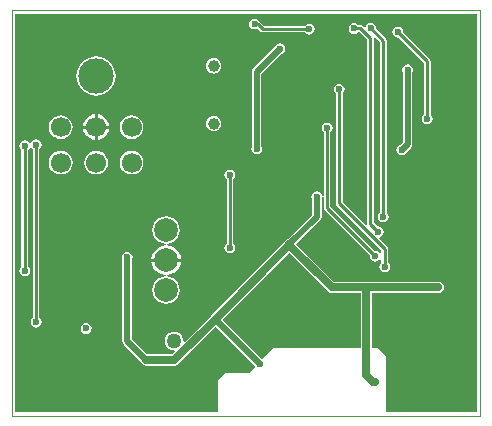
<source format=gbl>
G04 Layer_Physical_Order=2*
G04 Layer_Color=16711680*
%FSLAX24Y24*%
%MOIN*%
G70*
G01*
G75*
%ADD20C,0.0250*%
%ADD21C,0.0200*%
%ADD23C,0.0100*%
%ADD26C,0.0005*%
%ADD27C,0.0394*%
%ADD28C,0.0669*%
%ADD29C,0.1181*%
%ADD30C,0.0787*%
%ADD31C,0.0500*%
%ADD32C,0.0236*%
%ADD33C,0.0240*%
%ADD34C,0.0300*%
G36*
X17580Y8580D02*
Y1960D01*
X14540D01*
Y3820D01*
X14260Y4100D01*
X14089D01*
Y5931D01*
X16300D01*
X16372Y5946D01*
X16433Y5987D01*
X16474Y6048D01*
X16489Y6120D01*
X16474Y6192D01*
X16433Y6253D01*
X16372Y6294D01*
X16300Y6309D01*
X12818D01*
X11569Y7558D01*
X12365Y8355D01*
X12401Y8408D01*
X12413Y8470D01*
Y9064D01*
X12418Y9071D01*
X12426Y9111D01*
X12428Y9121D01*
X12478Y9116D01*
Y8770D01*
X12478Y8770D01*
X12486Y8727D01*
X12511Y8691D01*
X14022Y7179D01*
X14018Y7160D01*
X14032Y7091D01*
X14072Y7032D01*
X14131Y6992D01*
X14200Y6978D01*
X14269Y6992D01*
X14328Y7032D01*
X14348Y7061D01*
X14398Y7046D01*
Y6949D01*
X14382Y6938D01*
X14342Y6879D01*
X14328Y6810D01*
X14342Y6741D01*
X14382Y6682D01*
X14441Y6642D01*
X14510Y6628D01*
X14579Y6642D01*
X14638Y6682D01*
X14678Y6741D01*
X14692Y6810D01*
X14678Y6879D01*
X14638Y6938D01*
X14622Y6949D01*
Y7410D01*
X14614Y7453D01*
X14589Y7489D01*
X14589Y7489D01*
X14324Y7754D01*
X14341Y7809D01*
X14359Y7812D01*
X14418Y7852D01*
X14458Y7911D01*
X14472Y7980D01*
X14458Y8049D01*
X14418Y8108D01*
X14359Y8148D01*
X14290Y8162D01*
X14271Y8158D01*
X14142Y8286D01*
Y14420D01*
X14140Y14431D01*
X14186Y14455D01*
X14348Y14294D01*
Y8609D01*
X14332Y8598D01*
X14292Y8539D01*
X14278Y8470D01*
X14292Y8401D01*
X14332Y8342D01*
X14391Y8302D01*
X14460Y8288D01*
X14529Y8302D01*
X14588Y8342D01*
X14628Y8401D01*
X14642Y8470D01*
X14628Y8539D01*
X14588Y8598D01*
X14572Y8609D01*
Y14340D01*
X14572Y14340D01*
X14564Y14383D01*
X14539Y14419D01*
X14539Y14419D01*
X14218Y14741D01*
X14222Y14760D01*
X14208Y14829D01*
X14168Y14888D01*
X14109Y14928D01*
X14040Y14942D01*
X13971Y14928D01*
X13912Y14888D01*
X13872Y14829D01*
X13869Y14811D01*
X13814Y14794D01*
X13779Y14829D01*
X13743Y14854D01*
X13700Y14862D01*
X13700Y14862D01*
X13629D01*
X13618Y14878D01*
X13559Y14918D01*
X13490Y14932D01*
X13421Y14918D01*
X13362Y14878D01*
X13322Y14819D01*
X13308Y14750D01*
X13322Y14681D01*
X13362Y14622D01*
X13421Y14582D01*
X13490Y14568D01*
X13559Y14582D01*
X13618Y14622D01*
X13673Y14619D01*
X13918Y14374D01*
Y8240D01*
X13918Y8240D01*
X13920Y8229D01*
X13874Y8205D01*
X13112Y8966D01*
Y12581D01*
X13128Y12592D01*
X13168Y12651D01*
X13182Y12720D01*
X13168Y12789D01*
X13128Y12848D01*
X13069Y12888D01*
X13000Y12902D01*
X12931Y12888D01*
X12872Y12848D01*
X12832Y12789D01*
X12818Y12720D01*
X12832Y12651D01*
X12872Y12592D01*
X12888Y12581D01*
Y8920D01*
X12888Y8920D01*
X12896Y8877D01*
X12921Y8841D01*
X14398Y7364D01*
Y7274D01*
X14348Y7259D01*
X14328Y7288D01*
X14269Y7328D01*
X14200Y7342D01*
X14181Y7338D01*
X12702Y8816D01*
Y11291D01*
X12718Y11302D01*
X12758Y11361D01*
X12772Y11430D01*
X12758Y11499D01*
X12718Y11558D01*
X12659Y11598D01*
X12590Y11612D01*
X12521Y11598D01*
X12462Y11558D01*
X12422Y11499D01*
X12408Y11430D01*
X12422Y11361D01*
X12462Y11302D01*
X12478Y11291D01*
Y9164D01*
X12428Y9159D01*
X12426Y9169D01*
X12418Y9209D01*
X12378Y9268D01*
X12319Y9308D01*
X12250Y9322D01*
X12181Y9308D01*
X12122Y9268D01*
X12082Y9209D01*
X12068Y9140D01*
X12082Y9071D01*
X12087Y9064D01*
Y8538D01*
X11284Y7735D01*
X11248Y7728D01*
X11179Y7681D01*
X11132Y7612D01*
X11129Y7596D01*
X8707Y5173D01*
X7846Y4313D01*
X7801Y4339D01*
X7792Y4411D01*
X7761Y4486D01*
X7711Y4551D01*
X7646Y4601D01*
X7571Y4632D01*
X7490Y4643D01*
X7409Y4632D01*
X7334Y4601D01*
X7269Y4551D01*
X7219Y4486D01*
X7188Y4411D01*
X7177Y4330D01*
X7188Y4249D01*
X7219Y4174D01*
X7269Y4109D01*
X7334Y4059D01*
X7409Y4028D01*
X7481Y4019D01*
X7507Y3974D01*
X7422Y3889D01*
X6602D01*
X6093Y4398D01*
Y7044D01*
X6098Y7051D01*
X6112Y7120D01*
X6098Y7189D01*
X6058Y7248D01*
X5999Y7288D01*
X5930Y7302D01*
X5861Y7288D01*
X5802Y7248D01*
X5762Y7189D01*
X5748Y7120D01*
X5762Y7051D01*
X5767Y7044D01*
Y4330D01*
X5779Y4268D01*
X5815Y4215D01*
X6382Y3647D01*
X6386Y3628D01*
X6427Y3567D01*
X6488Y3526D01*
X6560Y3511D01*
X7500D01*
X7572Y3526D01*
X7633Y3567D01*
X8873Y4806D01*
X10171Y3509D01*
X10172Y3501D01*
X10188Y3478D01*
X9970Y3260D01*
Y3250D01*
X9200D01*
X8950Y3000D01*
Y1960D01*
X2200D01*
Y15240D01*
X17580D01*
Y8580D01*
D02*
G37*
G36*
X12607Y5987D02*
X12668Y5946D01*
X12680Y5943D01*
X12740Y5931D01*
X13711D01*
Y4100D01*
X10810D01*
X10432Y3722D01*
X10409Y3738D01*
X10401Y3739D01*
X9104Y5037D01*
X11330Y7263D01*
X12607Y5987D01*
D02*
G37*
%LPC*%
G36*
X6071Y10679D02*
X5968Y10665D01*
X5872Y10625D01*
X5790Y10562D01*
X5726Y10480D01*
X5687Y10384D01*
X5673Y10281D01*
X5687Y10178D01*
X5726Y10082D01*
X5790Y9999D01*
X5872Y9936D01*
X5968Y9896D01*
X6071Y9883D01*
X6174Y9896D01*
X6270Y9936D01*
X6353Y9999D01*
X6416Y10082D01*
X6456Y10178D01*
X6469Y10281D01*
X6456Y10384D01*
X6416Y10480D01*
X6353Y10562D01*
X6270Y10625D01*
X6174Y10665D01*
X6071Y10679D01*
D02*
G37*
G36*
X4890D02*
X4787Y10665D01*
X4691Y10625D01*
X4609Y10562D01*
X4545Y10480D01*
X4506Y10384D01*
X4492Y10281D01*
X4506Y10178D01*
X4545Y10082D01*
X4609Y9999D01*
X4691Y9936D01*
X4787Y9896D01*
X4890Y9883D01*
X4993Y9896D01*
X5089Y9936D01*
X5171Y9999D01*
X5235Y10082D01*
X5274Y10178D01*
X5288Y10281D01*
X5274Y10384D01*
X5235Y10480D01*
X5171Y10562D01*
X5089Y10625D01*
X4993Y10665D01*
X4890Y10679D01*
D02*
G37*
G36*
X11010Y14262D02*
X10941Y14248D01*
X10882Y14208D01*
X10842Y14149D01*
X10841Y14141D01*
X10125Y13425D01*
X10089Y13372D01*
X10077Y13310D01*
Y10812D01*
X10072Y10805D01*
X10058Y10735D01*
X10072Y10666D01*
X10112Y10607D01*
X10171Y10568D01*
X10240Y10554D01*
X10309Y10568D01*
X10368Y10607D01*
X10408Y10666D01*
X10422Y10735D01*
X10408Y10805D01*
X10403Y10812D01*
Y13242D01*
X11071Y13911D01*
X11079Y13912D01*
X11138Y13952D01*
X11178Y14011D01*
X11192Y14080D01*
X11178Y14149D01*
X11138Y14208D01*
X11079Y14248D01*
X11010Y14262D01*
D02*
G37*
G36*
X15270Y13562D02*
X15201Y13548D01*
X15142Y13508D01*
X15102Y13449D01*
X15088Y13380D01*
X15102Y13311D01*
X15107Y13304D01*
Y10953D01*
X15023Y10869D01*
X15015Y10868D01*
X14956Y10828D01*
X14917Y10769D01*
X14903Y10700D01*
X14917Y10631D01*
X14956Y10572D01*
X15015Y10532D01*
X15084Y10518D01*
X15154Y10532D01*
X15213Y10572D01*
X15252Y10631D01*
X15254Y10639D01*
X15385Y10770D01*
X15421Y10823D01*
X15433Y10886D01*
Y13304D01*
X15438Y13311D01*
X15452Y13380D01*
X15438Y13449D01*
X15398Y13508D01*
X15339Y13548D01*
X15270Y13562D01*
D02*
G37*
G36*
X3709Y10679D02*
X3606Y10665D01*
X3510Y10625D01*
X3427Y10562D01*
X3364Y10480D01*
X3324Y10384D01*
X3311Y10281D01*
X3324Y10178D01*
X3364Y10082D01*
X3427Y9999D01*
X3510Y9936D01*
X3606Y9896D01*
X3709Y9883D01*
X3812Y9896D01*
X3908Y9936D01*
X3990Y9999D01*
X4054Y10082D01*
X4093Y10178D01*
X4107Y10281D01*
X4093Y10384D01*
X4054Y10480D01*
X3990Y10562D01*
X3908Y10625D01*
X3812Y10665D01*
X3709Y10679D01*
D02*
G37*
G36*
X7224Y8488D02*
X7106Y8472D01*
X6995Y8426D01*
X6901Y8354D01*
X6828Y8259D01*
X6782Y8148D01*
X6767Y8030D01*
X6782Y7912D01*
X6828Y7801D01*
X6901Y7706D01*
X6995Y7634D01*
X7106Y7588D01*
X7192Y7577D01*
X7207Y7575D01*
Y7524D01*
X7192Y7522D01*
X7096Y7509D01*
X6976Y7460D01*
X6873Y7381D01*
X6794Y7278D01*
X6745Y7158D01*
X6734Y7080D01*
X7224D01*
X7714D01*
X7704Y7158D01*
X7654Y7278D01*
X7575Y7381D01*
X7472Y7460D01*
X7353Y7509D01*
X7257Y7522D01*
X7241Y7524D01*
Y7575D01*
X7257Y7577D01*
X7343Y7588D01*
X7453Y7634D01*
X7548Y7706D01*
X7620Y7801D01*
X7666Y7912D01*
X7682Y8030D01*
X7666Y8148D01*
X7620Y8259D01*
X7548Y8354D01*
X7453Y8426D01*
X7343Y8472D01*
X7224Y8488D01*
D02*
G37*
G36*
X7714Y6980D02*
X7224D01*
X6734D01*
X6745Y6902D01*
X6794Y6782D01*
X6873Y6679D01*
X6976Y6600D01*
X7096Y6551D01*
X7192Y6538D01*
X7207Y6536D01*
Y6485D01*
X7192Y6483D01*
X7106Y6472D01*
X6995Y6426D01*
X6901Y6354D01*
X6828Y6259D01*
X6782Y6148D01*
X6767Y6030D01*
X6782Y5912D01*
X6828Y5801D01*
X6901Y5706D01*
X6995Y5634D01*
X7106Y5588D01*
X7224Y5572D01*
X7343Y5588D01*
X7453Y5634D01*
X7548Y5706D01*
X7620Y5801D01*
X7666Y5912D01*
X7682Y6030D01*
X7666Y6148D01*
X7620Y6259D01*
X7548Y6354D01*
X7453Y6426D01*
X7343Y6472D01*
X7257Y6483D01*
X7241Y6485D01*
Y6536D01*
X7257Y6538D01*
X7353Y6551D01*
X7472Y6600D01*
X7575Y6679D01*
X7654Y6782D01*
X7704Y6902D01*
X7714Y6980D01*
D02*
G37*
G36*
X4560Y4932D02*
X4491Y4918D01*
X4432Y4878D01*
X4392Y4820D01*
X4378Y4750D01*
X4392Y4681D01*
X4432Y4622D01*
X4491Y4582D01*
X4560Y4568D01*
X4629Y4582D01*
X4688Y4622D01*
X4728Y4681D01*
X4742Y4750D01*
X4728Y4820D01*
X4688Y4878D01*
X4629Y4918D01*
X4560Y4932D01*
D02*
G37*
G36*
X9350Y10042D02*
X9281Y10028D01*
X9222Y9988D01*
X9182Y9929D01*
X9168Y9860D01*
X9182Y9791D01*
X9222Y9732D01*
X9238Y9721D01*
Y7579D01*
X9222Y7568D01*
X9182Y7509D01*
X9168Y7440D01*
X9182Y7371D01*
X9222Y7312D01*
X9281Y7272D01*
X9350Y7258D01*
X9419Y7272D01*
X9478Y7312D01*
X9518Y7371D01*
X9532Y7440D01*
X9518Y7509D01*
X9478Y7568D01*
X9462Y7579D01*
Y9721D01*
X9478Y9732D01*
X9518Y9791D01*
X9532Y9860D01*
X9518Y9929D01*
X9478Y9988D01*
X9419Y10028D01*
X9350Y10042D01*
D02*
G37*
G36*
X2890Y11052D02*
X2821Y11038D01*
X2762Y10998D01*
X2722Y10939D01*
X2721Y10931D01*
X2668Y10924D01*
X2638Y10968D01*
X2580Y11008D01*
X2510Y11022D01*
X2440Y11008D01*
X2382Y10968D01*
X2342Y10909D01*
X2328Y10840D01*
X2342Y10771D01*
X2382Y10712D01*
X2398Y10701D01*
Y6819D01*
X2382Y6808D01*
X2342Y6749D01*
X2328Y6680D01*
X2342Y6611D01*
X2382Y6552D01*
X2440Y6512D01*
X2510Y6498D01*
X2580Y6512D01*
X2638Y6552D01*
X2678Y6611D01*
X2692Y6680D01*
X2678Y6749D01*
X2638Y6808D01*
X2622Y6819D01*
Y10701D01*
X2638Y10712D01*
X2678Y10771D01*
X2679Y10779D01*
X2732Y10786D01*
X2762Y10742D01*
X2778Y10731D01*
Y5099D01*
X2762Y5088D01*
X2722Y5030D01*
X2708Y4960D01*
X2722Y4891D01*
X2762Y4832D01*
X2821Y4792D01*
X2890Y4778D01*
X2959Y4792D01*
X3018Y4832D01*
X3058Y4891D01*
X3072Y4960D01*
X3058Y5030D01*
X3018Y5088D01*
X3002Y5099D01*
Y10731D01*
X3018Y10742D01*
X3058Y10801D01*
X3072Y10870D01*
X3058Y10939D01*
X3018Y10998D01*
X2959Y11038D01*
X2890Y11052D01*
D02*
G37*
G36*
X14950Y14812D02*
X14881Y14798D01*
X14822Y14758D01*
X14782Y14699D01*
X14768Y14630D01*
X14782Y14561D01*
X14822Y14502D01*
X14881Y14462D01*
X14950Y14448D01*
X14969Y14452D01*
X15818Y13604D01*
Y11879D01*
X15802Y11868D01*
X15762Y11809D01*
X15748Y11740D01*
X15762Y11671D01*
X15802Y11612D01*
X15861Y11572D01*
X15930Y11558D01*
X15999Y11572D01*
X16058Y11612D01*
X16098Y11671D01*
X16112Y11740D01*
X16098Y11809D01*
X16058Y11868D01*
X16042Y11879D01*
Y13650D01*
X16034Y13693D01*
X16009Y13729D01*
X16009Y13729D01*
X15128Y14611D01*
X15132Y14630D01*
X15118Y14699D01*
X15078Y14758D01*
X15019Y14798D01*
X14950Y14812D01*
D02*
G37*
G36*
X4940Y11892D02*
Y11512D01*
X5320D01*
X5312Y11575D01*
X5268Y11680D01*
X5199Y11771D01*
X5108Y11840D01*
X5003Y11884D01*
X4940Y11892D01*
D02*
G37*
G36*
X4890Y13816D02*
X4762Y13804D01*
X4640Y13767D01*
X4527Y13706D01*
X4428Y13625D01*
X4346Y13526D01*
X4286Y13413D01*
X4249Y13290D01*
X4236Y13163D01*
X4249Y13035D01*
X4286Y12912D01*
X4346Y12799D01*
X4428Y12700D01*
X4527Y12619D01*
X4640Y12559D01*
X4762Y12521D01*
X4890Y12509D01*
X5018Y12521D01*
X5140Y12559D01*
X5253Y12619D01*
X5352Y12700D01*
X5434Y12799D01*
X5494Y12912D01*
X5531Y13035D01*
X5544Y13163D01*
X5531Y13290D01*
X5494Y13413D01*
X5434Y13526D01*
X5352Y13625D01*
X5253Y13706D01*
X5140Y13767D01*
X5018Y13804D01*
X4890Y13816D01*
D02*
G37*
G36*
X10170Y15082D02*
X10101Y15068D01*
X10042Y15028D01*
X10002Y14969D01*
X9988Y14900D01*
X10002Y14831D01*
X10042Y14772D01*
X10101Y14732D01*
X10170Y14718D01*
X10239Y14732D01*
X10263Y14748D01*
X10361Y14651D01*
X10361Y14651D01*
X10397Y14626D01*
X10440Y14618D01*
X11861D01*
X11872Y14602D01*
X11931Y14562D01*
X12000Y14548D01*
X12069Y14562D01*
X12128Y14602D01*
X12168Y14661D01*
X12182Y14730D01*
X12168Y14799D01*
X12128Y14858D01*
X12069Y14898D01*
X12000Y14912D01*
X11931Y14898D01*
X11872Y14858D01*
X11861Y14842D01*
X10486D01*
X10349Y14979D01*
X10317Y15001D01*
X10298Y15028D01*
X10239Y15068D01*
X10170Y15082D01*
D02*
G37*
G36*
X8810Y13760D02*
X8743Y13751D01*
X8680Y13725D01*
X8627Y13684D01*
X8586Y13630D01*
X8560Y13568D01*
X8551Y13501D01*
X8560Y13434D01*
X8586Y13371D01*
X8627Y13317D01*
X8680Y13276D01*
X8743Y13250D01*
X8810Y13242D01*
X8877Y13250D01*
X8940Y13276D01*
X8993Y13317D01*
X9034Y13371D01*
X9060Y13434D01*
X9069Y13501D01*
X9060Y13568D01*
X9034Y13630D01*
X8993Y13684D01*
X8940Y13725D01*
X8877Y13751D01*
X8810Y13760D01*
D02*
G37*
G36*
X4840Y11892D02*
X4777Y11884D01*
X4672Y11840D01*
X4581Y11771D01*
X4512Y11680D01*
X4468Y11575D01*
X4460Y11512D01*
X4840D01*
Y11892D01*
D02*
G37*
G36*
X5320Y11412D02*
X4940D01*
Y11032D01*
X5003Y11040D01*
X5108Y11084D01*
X5199Y11153D01*
X5268Y11243D01*
X5312Y11349D01*
X5320Y11412D01*
D02*
G37*
G36*
X4840D02*
X4460D01*
X4468Y11349D01*
X4512Y11243D01*
X4581Y11153D01*
X4672Y11084D01*
X4777Y11040D01*
X4840Y11032D01*
Y11412D01*
D02*
G37*
G36*
X3709Y11860D02*
X3606Y11846D01*
X3510Y11807D01*
X3427Y11743D01*
X3364Y11661D01*
X3324Y11565D01*
X3311Y11462D01*
X3324Y11359D01*
X3364Y11263D01*
X3427Y11180D01*
X3510Y11117D01*
X3606Y11077D01*
X3709Y11064D01*
X3812Y11077D01*
X3908Y11117D01*
X3990Y11180D01*
X4054Y11263D01*
X4093Y11359D01*
X4107Y11462D01*
X4093Y11565D01*
X4054Y11661D01*
X3990Y11743D01*
X3908Y11807D01*
X3812Y11846D01*
X3709Y11860D01*
D02*
G37*
G36*
X8810Y11838D02*
X8743Y11830D01*
X8680Y11804D01*
X8627Y11763D01*
X8586Y11709D01*
X8560Y11646D01*
X8551Y11579D01*
X8560Y11512D01*
X8586Y11450D01*
X8627Y11396D01*
X8680Y11355D01*
X8743Y11329D01*
X8810Y11320D01*
X8877Y11329D01*
X8940Y11355D01*
X8993Y11396D01*
X9034Y11450D01*
X9060Y11512D01*
X9069Y11579D01*
X9060Y11646D01*
X9034Y11709D01*
X8993Y11763D01*
X8940Y11804D01*
X8877Y11830D01*
X8810Y11838D01*
D02*
G37*
G36*
X6071Y11860D02*
X5968Y11846D01*
X5872Y11807D01*
X5790Y11743D01*
X5726Y11661D01*
X5687Y11565D01*
X5673Y11462D01*
X5687Y11359D01*
X5726Y11263D01*
X5790Y11180D01*
X5872Y11117D01*
X5968Y11077D01*
X6071Y11064D01*
X6174Y11077D01*
X6270Y11117D01*
X6353Y11180D01*
X6416Y11263D01*
X6456Y11359D01*
X6469Y11462D01*
X6456Y11565D01*
X6416Y11661D01*
X6353Y11743D01*
X6270Y11807D01*
X6174Y11846D01*
X6071Y11860D01*
D02*
G37*
%LPD*%
D20*
X7500Y3700D02*
X8840Y5040D01*
X6560Y3700D02*
X7500D01*
X13900Y6120D02*
X16300D01*
X12740D02*
X13900D01*
X11330Y7530D02*
X12740Y6120D01*
X14120Y2980D02*
X14190D01*
X13900Y3200D02*
X14120Y2980D01*
X13900Y3200D02*
Y3750D01*
Y6120D01*
X11330Y7530D02*
Y7550D01*
X8840Y5040D02*
X11330Y7530D01*
D21*
X5930Y4330D02*
X6560Y3700D01*
X15270Y10886D02*
Y13380D01*
X15084Y10700D02*
X15270Y10886D01*
X10240Y13310D02*
X11010Y14080D01*
X10240Y10735D02*
Y13310D01*
X5930Y4330D02*
Y7120D01*
X8870Y5040D02*
X10340Y3570D01*
X8840Y5040D02*
X8870D01*
X11330Y7550D02*
X12250Y8470D01*
Y9140D01*
D23*
X14030Y8240D02*
Y14420D01*
X13700Y14750D02*
X14030Y14420D01*
X13490Y14750D02*
X13700D01*
X14030Y8240D02*
X14290Y7980D01*
X12590Y8770D02*
X14200Y7160D01*
X12590Y8770D02*
Y11430D01*
X13000Y8920D02*
Y12720D01*
Y8920D02*
X14510Y7410D01*
Y6810D02*
Y7410D01*
X14040Y14760D02*
X14460Y14340D01*
Y8470D02*
Y14340D01*
X14950Y14630D02*
X15930Y13650D01*
Y11740D02*
Y13650D01*
X10170Y14900D02*
X10270D01*
X10440Y14730D01*
X12000D01*
X9350Y7440D02*
Y9860D01*
X2510Y6680D02*
Y10840D01*
X2890Y4960D02*
Y10870D01*
D26*
X2080Y15360D02*
X17700D01*
Y1840D02*
Y15360D01*
X2080Y1840D02*
X17700D01*
X2080D02*
Y15360D01*
D27*
X8810Y13501D02*
D03*
Y11579D02*
D03*
D28*
X3709Y10281D02*
D03*
X4890D02*
D03*
X6071D02*
D03*
Y11462D02*
D03*
X3709D02*
D03*
X4890D02*
D03*
D29*
Y13163D02*
D03*
D30*
X7224Y8030D02*
D03*
Y7030D02*
D03*
Y6030D02*
D03*
D31*
X7490Y4330D02*
D03*
D32*
X6560Y3700D02*
D03*
X4560Y4750D02*
D03*
X16300Y6120D02*
D03*
X12590Y11430D02*
D03*
X13000Y12720D02*
D03*
X14510Y6810D02*
D03*
X14200Y7160D02*
D03*
X14290Y7980D02*
D03*
X14040Y14760D02*
D03*
X13490Y14750D02*
D03*
X14460Y8470D02*
D03*
X14950Y14630D02*
D03*
X15930Y11740D02*
D03*
X14190Y2980D02*
D03*
X13900Y3750D02*
D03*
Y6120D02*
D03*
X15270Y13380D02*
D03*
X15084Y10700D02*
D03*
X11010Y14080D02*
D03*
X10240Y10735D02*
D03*
X10170Y14900D02*
D03*
X12000Y14730D02*
D03*
X9350Y7440D02*
D03*
Y9860D02*
D03*
X2510Y10840D02*
D03*
Y6680D02*
D03*
X2890Y4960D02*
D03*
Y10870D02*
D03*
X5930Y7120D02*
D03*
X10340Y3570D02*
D03*
X12250Y9140D02*
D03*
D33*
X15650Y13160D02*
D03*
X15450Y5470D02*
D03*
X10280Y9550D02*
D03*
X15270Y9800D02*
D03*
X15610Y12120D02*
D03*
X16360Y12570D02*
D03*
X13460Y11620D02*
D03*
X12020Y12310D02*
D03*
X8850Y7470D02*
D03*
X12790Y5330D02*
D03*
X10010Y8320D02*
D03*
X11680Y8690D02*
D03*
X5540Y9350D02*
D03*
X3170Y9210D02*
D03*
X8280Y3540D02*
D03*
X5510Y6670D02*
D03*
X6260Y8360D02*
D03*
X8190Y7710D02*
D03*
X10550Y5640D02*
D03*
X3730Y4890D02*
D03*
X6220Y5840D02*
D03*
X3960Y12320D02*
D03*
X10070Y7430D02*
D03*
X12980Y6720D02*
D03*
X12930Y7500D02*
D03*
X8530Y6780D02*
D03*
X10870Y8530D02*
D03*
X9120Y8360D02*
D03*
X7250Y11810D02*
D03*
X6850Y10320D02*
D03*
X3250Y13710D02*
D03*
X3540Y12990D02*
D03*
X12030Y10020D02*
D03*
X8060Y9490D02*
D03*
D34*
X11330Y7530D02*
D03*
M02*

</source>
